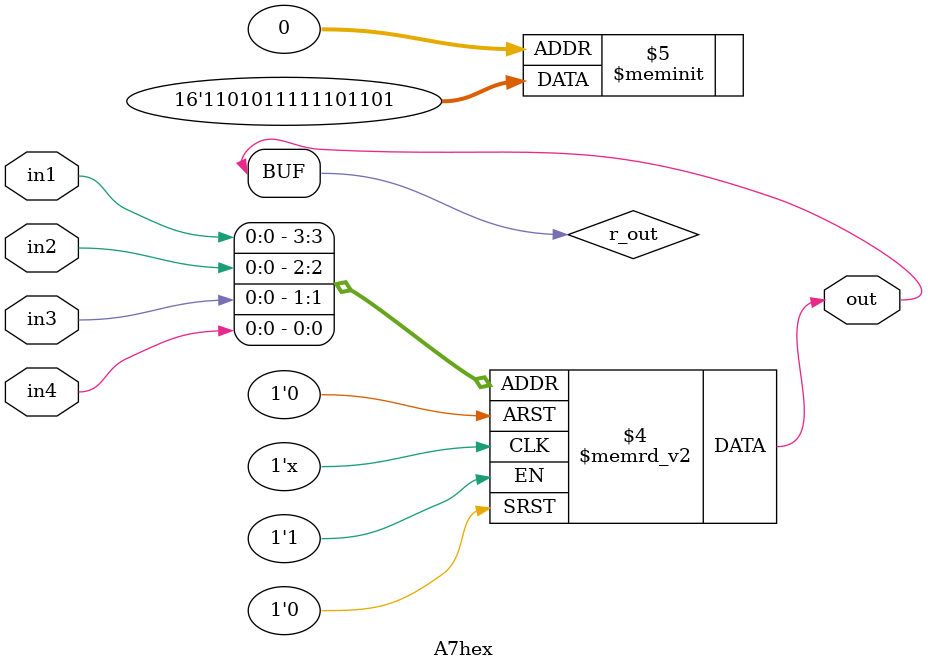
<source format=v>
module A7hex(output out, input in1, in2, in3, in4);
  reg r_out;
  assign out = r_out;
  always@(in1, in2, in3, in4)
    begin
      case({in1, in2, in3, in4})
        4'b0000: out = 1'b1;
        4'b0001: out = 1'b0;
        4'b0010: out = 1'b1;
        4'b0011: out = 1'b1;
        4'b0100: out = 1'b0;
        4'b0101: out = 1'b1;
        4'b0110: out = 1'b1;
        4'b0111: out = 1'b1;
	4'b1000: out = 1'b1;
        4'b1001: out = 1'b1;
        4'b1010: out = 1'b1;
        4'b1011: out = 1'b0;
        4'b1100: out = 1'b1;
        4'b1101: out = 1'b0;
        4'b1110: out = 1'b1;
        4'b1111: out = 1'b1;
	
        default: out = 1'b0;
      endcase
    end
endmodule

</source>
